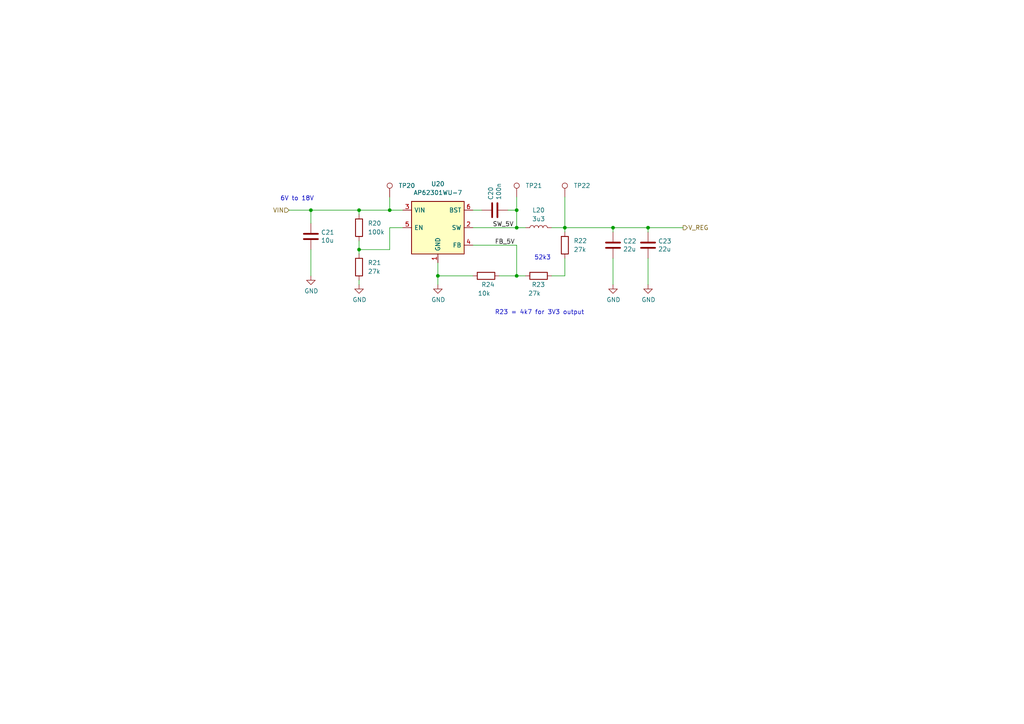
<source format=kicad_sch>
(kicad_sch (version 20230121) (generator eeschema)
  (paper "A4")
  (title_block (title "5V Regulator") (date "2023-01-30") (rev "A") (company "PaEber Electronics") (comment 1 "ESP based LED driver for ESPHome"))
  (lib_symbols
    (symbol "Connector:TestPoint" (pin_numbers hide) (pin_names (offset 0.762) hide)
      (property "Reference" "TP" (at 0 6.858 0))
      (property "Value" "TestPoint" (at 0 5.08 0))
      (symbol "TestPoint_0_1"
        (circle (center 0 3.302) (radius 0.762))
      )
      (symbol "TestPoint_1_1"
        (pin passive line (at 0 0 90) (length 2.54) (name "1") (number "1"))
      )
    )
    (symbol "Device:C" (pin_numbers hide) (pin_names (offset 0.254))
      (property "Reference" "C" (at 0.635 2.54 0))
      (property "Value" "C" (at 0.635 -2.54 0))
      (symbol "C_0_1"
        (polyline (pts (xy -2.032 -0.762) (xy 2.032 -0.762)) (stroke (width 0.508)))
        (polyline (pts (xy -2.032 0.762) (xy 2.032 0.762)) (stroke (width 0.508)))
      )
      (symbol "C_1_1"
        (pin passive line (at 0 3.81 270) (length 2.794) (name "~") (number "1"))
        (pin passive line (at 0 -3.81 90) (length 2.794) (name "~") (number "2"))
      )
    )
    (symbol "Device:R" (pin_numbers hide) (pin_names (offset 0))
      (property "Reference" "R" (at 2.032 0 90))
      (property "Value" "R" (at 0 0 90))
      (symbol "R_0_1"
        (rectangle (start -1.016 -2.54) (end 1.016 2.54) (stroke (width 0.254)))
      )
      (symbol "R_1_1"
        (pin passive line (at 0 3.81 270) (length 1.27) (name "~") (number "1"))
        (pin passive line (at 0 -3.81 90) (length 1.27) (name "~") (number "2"))
      )
    )
    (symbol "paeber:AP62301WU-7" (pin_names (offset 0.762))
      (property "Reference" "U?" (at 12.7 7.62 0))
      (property "Value" "AP62301WU-7" (at 12.7 5.08 0))
      (symbol "AP62301WU-7_0_0"
        (pin passive line (at 12.7 -15.24 90) (length 2.54) (name "GND") (number "1"))
        (pin passive line (at 22.86 -5.08 180) (length 2.54) (name "SW") (number "2"))
        (pin passive line (at 2.54 0 0) (length 2.54) (name "VIN") (number "3"))
        (pin passive line (at 22.86 -10.16 180) (length 2.54) (name "FB") (number "4"))
        (pin passive line (at 2.54 -5.08 0) (length 2.54) (name "EN") (number "5"))
        (pin passive line (at 22.86 0 180) (length 2.54) (name "BST") (number "6"))
      )
      (symbol "AP62301WU-7_0_1"
        (polyline (pts (xy 5.08 2.54) (xy 20.32 2.54) (xy 20.32 -12.7) (xy 5.08 -12.7) (xy 5.08 2.54)) (stroke (width 0.254)) (fill (type background)))
      )
    )
    (symbol "paeber:L_3u3" (pin_numbers hide) (pin_names (offset 1.016) hide)
      (property "Reference" "L?" (at 0 6.35 90))
      (property "Value" "L_3u3" (at 0 3.81 90))
      (symbol "L_3u3_0_1"
        (arc (start 0 -2.54) (mid 0.6323 -1.905) (end 0 -1.27))
        (arc (start 0 -1.27) (mid 0.6323 -0.635) (end 0 0))
        (arc (start 0 0) (mid 0.6323 0.635) (end 0 1.27))
        (arc (start 0 1.27) (mid 0.6323 1.905) (end 0 2.54))
      )
      (symbol "L_3u3_1_1"
        (pin passive line (at 0 3.81 270) (length 1.27) (name "1") (number "1"))
        (pin passive line (at 0 -3.81 90) (length 1.27) (name "2") (number "2"))
      )
    )
    (symbol "power:GND" (power) (pin_names (offset 0))
      (property "Value" "GND" (at 0 -3.81 0))
      (symbol "GND_0_1"
        (polyline (pts (xy 0 0) (xy 0 -1.27) (xy 1.27 -1.27) (xy 0 -2.54) (xy -1.27 -1.27) (xy 0 -1.27)))
      )
      (symbol "GND_1_1"
        (pin power_in line (at 0 0 270) (length 0) hide (name "GND") (number "1"))
      )
    )
  )
  (junction (at 163.83 66.04))
  (junction (at 90.17 60.96))
  (junction (at 127 80.01))
  (junction (at 177.8 66.04))
  (junction (at 149.86 80.01))
  (junction (at 149.86 60.96))
  (junction (at 104.14 72.39))
  (junction (at 149.86 66.04))
  (junction (at 104.14 60.96))
  (junction (at 187.96 66.04))
  (junction (at 113.03 60.96))
  (wire (pts (xy 116.84 60.96) (xy 113.03 60.96)))
  (wire (pts (xy 127 80.01) (xy 137.16 80.01)))
  (wire (pts (xy 163.83 66.04) (xy 177.8 66.04)))
  (wire (pts (xy 187.96 74.93) (xy 187.96 82.55)))
  (wire (pts (xy 113.03 60.96) (xy 104.14 60.96)))
  (wire (pts (xy 127 80.01) (xy 127 82.55)))
  (wire (pts (xy 137.16 60.96) (xy 139.7 60.96)))
  (wire (pts (xy 187.96 66.04) (xy 198.12 66.04)))
  (wire (pts (xy 163.83 80.01) (xy 163.83 74.93)))
  (wire (pts (xy 149.86 57.15) (xy 149.86 60.96)))
  (wire (pts (xy 137.16 66.04) (xy 149.86 66.04)))
  (wire (pts (xy 104.14 72.39) (xy 113.03 72.39)))
  (wire (pts (xy 187.96 66.04) (xy 177.8 66.04)))
  (wire (pts (xy 160.02 80.01) (xy 163.83 80.01)))
  (wire (pts (xy 104.14 60.96) (xy 104.14 62.23)))
  (wire (pts (xy 127 76.2) (xy 127 80.01)))
  (wire (pts (xy 177.8 66.04) (xy 177.8 67.31)))
  (wire (pts (xy 160.02 66.04) (xy 163.83 66.04)))
  (wire (pts (xy 90.17 72.39) (xy 90.17 80.01)))
  (wire (pts (xy 104.14 72.39) (xy 104.14 73.66)))
  (wire (pts (xy 113.03 66.04) (xy 113.03 72.39)))
  (wire (pts (xy 104.14 81.28) (xy 104.14 82.55)))
  (wire (pts (xy 149.86 80.01) (xy 144.78 80.01)))
  (wire (pts (xy 113.03 57.15) (xy 113.03 60.96)))
  (wire (pts (xy 90.17 60.96) (xy 90.17 64.77)))
  (wire (pts (xy 90.17 60.96) (xy 104.14 60.96)))
  (wire (pts (xy 149.86 60.96) (xy 149.86 66.04)))
  (wire (pts (xy 116.84 66.04) (xy 113.03 66.04)))
  (wire (pts (xy 147.32 60.96) (xy 149.86 60.96)))
  (wire (pts (xy 149.86 80.01) (xy 152.4 80.01)))
  (wire (pts (xy 187.96 67.31) (xy 187.96 66.04)))
  (wire (pts (xy 149.86 71.12) (xy 149.86 80.01)))
  (wire (pts (xy 149.86 66.04) (xy 152.4 66.04)))
  (wire (pts (xy 177.8 74.93) (xy 177.8 82.55)))
  (wire (pts (xy 83.82 60.96) (xy 90.17 60.96)))
  (wire (pts (xy 163.83 66.04) (xy 163.83 67.31)))
  (wire (pts (xy 137.16 71.12) (xy 149.86 71.12)))
  (wire (pts (xy 163.83 57.15) (xy 163.83 66.04)))
  (wire (pts (xy 104.14 69.85) (xy 104.14 72.39)))
  (text "52k3\n" (at 154.94 75.565 0) (effects (font (size 1.27 1.27)) (justify left bottom)))
  (text "R23 = 4k7 for 3V3 output\n" (at 143.51 91.44 0) (effects (font (size 1.27 1.27)) (justify left bottom)))
  (text "6V to 18V\n" (at 81.28 58.42 0) (effects (font (size 1.27 1.27)) (justify left bottom)))
  (label "FB_5V" (at 143.51 71.12 0))
  (label "SW_5V" (at 142.875 66.04 0))
  (hierarchical_label "VIN" (shape input) (at 83.82 60.96 180))
  (hierarchical_label "V_REG" (shape output) (at 198.12 66.04 0))
  (symbol (lib_id "power:GND") (at 104.14 82.55 0) (unit 1)
    (property "Reference" "#PWR0122" (effects hide))
    (property "Value" "GND" (at 104.267 86.9442 0))
  )
  (symbol (lib_id "paeber:L_3u3") (at 156.21 66.04 90) (unit 1)
    (property "Reference" "L20" (at 156.21 60.96 90))
    (property "Value" "3u3" (at 156.21 63.5 90))
    (property "Footprint" "paeber:XAL6030182MEB-HandSolder" (effects hide))
    (property "Datasheet" "https://www.mouser.ch/datasheet/2/597/xal60xx-270658.pdf" (effects hide))
    (property "Height" "3.1" (effects hide))
    (property "Mouser" "994-XAL6030-332MEC" (effects hide))
    (property "Manufacturer_Part_Number" "XAL6030-332MEC" (effects hide))
  )
  (symbol (lib_id "power:GND") (at 90.17 80.01 0) (unit 1)
    (property "Reference" "#PWR0121" (effects hide))
    (property "Value" "GND" (at 90.297 84.4042 0))
  )
  (symbol (lib_id "Device:R") (at 140.97 80.01 90) (unit 1)
    (property "Reference" "R24" (at 143.51 82.55 90) (effects (justify left)))
    (property "Value" "10k" (at 142.24 85.09 90) (effects (justify left)))
    (property "Footprint" "Resistor_SMD:R_0603_1608Metric_Pad0.98x0.95mm_HandSolder" (effects hide))
  )
  (symbol (lib_id "Connector:TestPoint") (at 149.86 57.15 0) (unit 1)
    (property "Reference" "TP21" (at 152.4 53.8479 0) (effects (justify left)))
    (property "Value" "TestPoint" (effects hide))
    (property "Footprint" "TestPoint:TestPoint_Pad_D1.5mm" (effects hide))
  )
  (symbol (lib_id "paeber:AP62301WU-7") (at 114.3 60.96 0) (unit 1)
    (property "Reference" "U20" (at 127 53.34 0))
    (property "Value" "AP62301WU-7" (at 127 55.88 0))
    (property "Footprint" "paeber:TSOT-26" (effects hide))
    (property "Datasheet" "https://datasheet.datasheetarchive.com/originals/distributors/Datasheets_SAMA/ede98d9c0c870d3f60ace1e8795af033.pdf" (effects hide))
    (property "Description" "Switching Voltage Regulators DCDC Conv HV Buck TSOT26 T&R 3K" (effects hide))
    (property "Height" "1" (effects hide))
    (property "Mouser" "621-AP62301WU-7" (effects hide))
    (property "Mouser Price/Stock" "https://www.mouser.co.uk/ProductDetail/Diodes-Incorporated/AP62301WU-7?qs=7MVldsJ5Uaw8ZNNQQbqpmA%3D%3D" (effects hide))
    (property "Manufacturer_Name" "Diodes Inc." (effects hide))
    (property "Manufacturer_Part_Number" "AP62301WU-7" (effects hide))
  )
  (symbol (lib_id "Device:R") (at 104.14 77.47 0) (unit 1)
    (property "Reference" "R21" (at 106.68 76.2 0) (effects (justify left)))
    (property "Value" "27k" (at 106.68 78.74 0) (effects (justify left)))
    (property "Footprint" "Resistor_SMD:R_0603_1608Metric_Pad0.98x0.95mm_HandSolder" (effects hide))
  )
  (symbol (lib_id "Device:C") (at 90.17 68.58 0) (unit 1)
    (property "Reference" "C21" (at 93.091 67.4116 0) (effects (justify left)))
    (property "Value" "10u" (at 93.091 69.723 0) (effects (justify left)))
    (property "Footprint" "Capacitor_SMD:C_1206_3216Metric" (effects hide))
    (property "Mouser" "581-1206DD106MAT2A" (effects hide))
  )
  (symbol (lib_id "power:GND") (at 177.8 82.55 0) (unit 1)
    (property "Reference" "#PWR0119" (effects hide))
    (property "Value" "GND" (at 177.927 86.9442 0))
  )
  (symbol (lib_id "Device:R") (at 156.21 80.01 90) (unit 1)
    (property "Reference" "R23" (at 158.115 82.55 90) (effects (justify left)))
    (property "Value" "27k" (at 156.845 85.09 90) (effects (justify left)))
    (property "Footprint" "Resistor_SMD:R_0603_1608Metric_Pad0.98x0.95mm_HandSolder" (effects hide))
  )
  (symbol (lib_id "power:GND") (at 127 82.55 0) (unit 1)
    (property "Reference" "#PWR0123" (effects hide))
    (property "Value" "GND" (at 127.127 86.9442 0))
  )
  (symbol (lib_id "power:GND") (at 187.96 82.55 0) (unit 1)
    (property "Reference" "#PWR0120" (effects hide))
    (property "Value" "GND" (at 188.087 86.9442 0))
  )
  (symbol (lib_id "Device:C") (at 177.8 71.12 0) (unit 1)
    (property "Reference" "C22" (at 180.721 69.9516 0) (effects (justify left)))
    (property "Value" "22u" (at 180.721 72.263 0) (effects (justify left)))
    (property "Footprint" "Capacitor_SMD:C_1206_3216Metric" (effects hide))
    (property "Mouser" "581-1206YD226MAT2A" (effects hide))
  )
  (symbol (lib_id "Device:C") (at 187.96 71.12 0) (unit 1)
    (property "Reference" "C23" (at 190.881 69.9516 0) (effects (justify left)))
    (property "Value" "22u" (at 190.881 72.263 0) (effects (justify left)))
    (property "Footprint" "Capacitor_SMD:C_1206_3216Metric" (effects hide))
    (property "Mouser" "581-1206YD226MAT2A" (effects hide))
  )
  (symbol (lib_id "Connector:TestPoint") (at 163.83 57.15 0) (unit 1)
    (property "Reference" "TP22" (at 166.37 53.8479 0) (effects (justify left)))
    (property "Value" "TestPoint" (effects hide))
    (property "Footprint" "TestPoint:TestPoint_Pad_D1.5mm" (effects hide))
  )
  (symbol (lib_id "Device:R") (at 104.14 66.04 0) (unit 1)
    (property "Reference" "R20" (at 106.68 64.77 0) (effects (justify left)))
    (property "Value" "100k" (at 106.68 67.31 0) (effects (justify left)))
    (property "Footprint" "Resistor_SMD:R_0603_1608Metric_Pad0.98x0.95mm_HandSolder" (effects hide))
  )
  (symbol (lib_id "Device:R") (at 163.83 71.12 0) (unit 1)
    (property "Reference" "R22" (at 166.37 69.85 0) (effects (justify left)))
    (property "Value" "27k" (at 166.37 72.39 0) (effects (justify left)))
    (property "Footprint" "Resistor_SMD:R_0603_1608Metric_Pad0.98x0.95mm_HandSolder" (effects hide))
  )
  (symbol (lib_id "Device:C") (at 143.51 60.96 90) (unit 1)
    (property "Reference" "C20" (at 142.3416 58.039 0) (effects (justify left)))
    (property "Value" "100n" (at 144.653 58.039 0) (effects (justify left)))
    (property "Footprint" "Capacitor_SMD:C_0603_1608Metric_Pad1.08x0.95mm_HandSolder" (effects hide))
    (property "Mouser" "581-06035C104KAT2A" (effects hide))
  )
  (symbol (lib_id "Connector:TestPoint") (at 113.03 57.15 0) (unit 1)
    (property "Reference" "TP20" (at 115.57 53.8479 0) (effects (justify left)))
    (property "Value" "TestPoint" (effects hide))
    (property "Footprint" "TestPoint:TestPoint_Pad_D1.5mm" (effects hide))
  )
)
</source>
